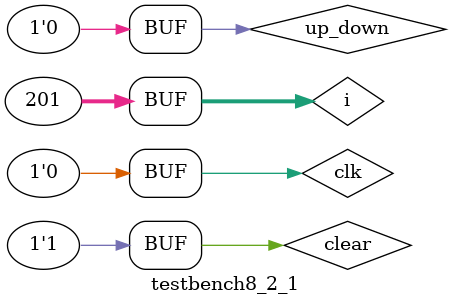
<source format=v>
`timescale 1ns / 1ps


module testbench8_2_1(

    );
     reg clk, clear, up_down;
     wire [7:0] qd;
    integer i;
    
    counter DUT (.clk(clk), .clear(clear), .up_down(up_down), .qd(qd));
    initial 
    begin
        for(i = 0; i < 201; i = i +1)
        begin
            if (i == 0)
                begin
                clk = 1;
                clear = 0;
                up_down = 0;
                end
             else if (i == 1)
                #1 clear = 1;
             else
                if (i % 10)
                    clk = ~clk;
                #1 clk = clk;
             end
             end
endmodule

</source>
